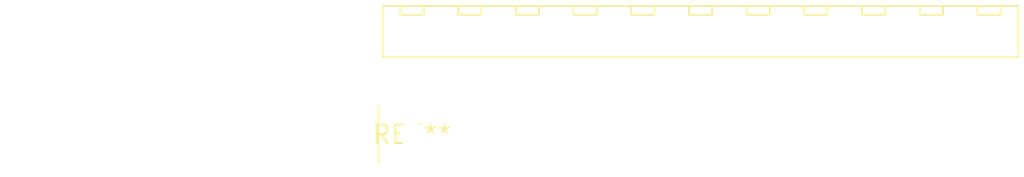
<source format=kicad_pcb>
(kicad_pcb (version 20240108) (generator pcbnew)
  (layers (0 "F.Cu" signal) (31 "B.Cu" signal) (34 "B.Paste" user) (35 "F.Paste" user) (36 "B.SilkS" user "B.Silkscreen") (37 "F.SilkS" user "F.Silkscreen") (38 "B.Mask" user) (39 "F.Mask" user) (44 "Edge.Cuts" user))
  (net 0 "")
  (footprint "Molex_KK-396_A-41792-0011_1x11_P3.96mm_Horizontal" (layer "F.Cu") (at 0 0)
    (property "Reference" "REF**")
    (property "Value" "Molex_KK-396_A-41792-0011_1x11_P3.96mm_Horizontal")
    (fp_line (start -2.305 -2) (end -2.305 2) (layer "F.SilkS") (stroke (width 0.12)))
    (fp_line (start -2.015 -8.82) (end 41.615 -8.82) (layer "F.SilkS") (stroke (width 0.12)))
    (fp_line (start -2.015 -5.3) (end -2.015 -8.82) (layer "F.SilkS") (stroke (width 0.12)))
    (fp_line (start -0.8 -8.82) (end -0.8 -8.22) (layer "F.SilkS") (stroke (width 0.12)))
    (fp_line (start -0.8 -8.22) (end 0.8 -8.22) (layer "F.SilkS") (stroke (width 0.12)))
    (fp_line (start 0.8 -8.22) (end 0.8 -8.82) (layer "F.SilkS") (stroke (width 0.12)))
    (fp_line (start 3.16 -8.82) (end 3.16 -8.22) (layer "F.SilkS") (stroke (width 0.12)))
    (fp_line (start 3.16 -8.22) (end 4.76 -8.22) (layer "F.SilkS") (stroke (width 0.12)))
    (fp_line (start 4.76 -8.22) (end 4.76 -8.82) (layer "F.SilkS") (stroke (width 0.12)))
    (fp_line (start 7.12 -8.82) (end 7.12 -8.22) (layer "F.SilkS") (stroke (width 0.12)))
    (fp_line (start 7.12 -8.22) (end 8.72 -8.22) (layer "F.SilkS") (stroke (width 0.12)))
    (fp_line (start 8.72 -8.22) (end 8.72 -8.82) (layer "F.SilkS") (stroke (width 0.12)))
    (fp_line (start 11.08 -8.82) (end 11.08 -8.22) (layer "F.SilkS") (stroke (width 0.12)))
    (fp_line (start 11.08 -8.22) (end 12.68 -8.22) (layer "F.SilkS") (stroke (width 0.12)))
    (fp_line (start 12.68 -8.22) (end 12.68 -8.82) (layer "F.SilkS") (stroke (width 0.12)))
    (fp_line (start 15.04 -8.82) (end 15.04 -8.22) (layer "F.SilkS") (stroke (width 0.12)))
    (fp_line (start 15.04 -8.22) (end 16.64 -8.22) (layer "F.SilkS") (stroke (width 0.12)))
    (fp_line (start 16.64 -8.22) (end 16.64 -8.82) (layer "F.SilkS") (stroke (width 0.12)))
    (fp_line (start 19 -8.82) (end 19 -8.22) (layer "F.SilkS") (stroke (width 0.12)))
    (fp_line (start 19 -8.22) (end 20.6 -8.22) (layer "F.SilkS") (stroke (width 0.12)))
    (fp_line (start 20.6 -8.22) (end 20.6 -8.82) (layer "F.SilkS") (stroke (width 0.12)))
    (fp_line (start 22.96 -8.82) (end 22.96 -8.22) (layer "F.SilkS") (stroke (width 0.12)))
    (fp_line (start 22.96 -8.22) (end 24.56 -8.22) (layer "F.SilkS") (stroke (width 0.12)))
    (fp_line (start 24.56 -8.22) (end 24.56 -8.82) (layer "F.SilkS") (stroke (width 0.12)))
    (fp_line (start 26.92 -8.82) (end 26.92 -8.22) (layer "F.SilkS") (stroke (width 0.12)))
    (fp_line (start 26.92 -8.22) (end 28.52 -8.22) (layer "F.SilkS") (stroke (width 0.12)))
    (fp_line (start 28.52 -8.22) (end 28.52 -8.82) (layer "F.SilkS") (stroke (width 0.12)))
    (fp_line (start 30.88 -8.82) (end 30.88 -8.22) (layer "F.SilkS") (stroke (width 0.12)))
    (fp_line (start 30.88 -8.22) (end 32.48 -8.22) (layer "F.SilkS") (stroke (width 0.12)))
    (fp_line (start 32.48 -8.22) (end 32.48 -8.82) (layer "F.SilkS") (stroke (width 0.12)))
    (fp_line (start 34.84 -8.82) (end 34.84 -8.22) (layer "F.SilkS") (stroke (width 0.12)))
    (fp_line (start 34.84 -8.22) (end 36.44 -8.22) (layer "F.SilkS") (stroke (width 0.12)))
    (fp_line (start 36.44 -8.22) (end 36.44 -8.82) (layer "F.SilkS") (stroke (width 0.12)))
    (fp_line (start 38.8 -8.82) (end 38.8 -8.22) (layer "F.SilkS") (stroke (width 0.12)))
    (fp_line (start 38.8 -8.22) (end 40.4 -8.22) (layer "F.SilkS") (stroke (width 0.12)))
    (fp_line (start 40.4 -8.22) (end 40.4 -8.82) (layer "F.SilkS") (stroke (width 0.12)))
    (fp_line (start 41.615 -8.82) (end 41.615 -5.3) (layer "F.SilkS") (stroke (width 0.12)))
    (fp_line (start 41.615 -5.3) (end -2.015 -5.3) (layer "F.SilkS") (stroke (width 0.12)))
    (pad "1" thru_hole roundrect (at 0 0) (size 3.16 4.1) (drill 1.7) (layers *.Cu *.Mask) (remove_unused_layers) (roundrect_rratio 0.079114))
    (pad "2" thru_hole oval (at 3.96 0) (size 3.16 4.1) (drill 1.7) (layers *.Cu *.Mask) (remove_unused_layers))
    (pad "3" thru_hole oval (at 7.92 0) (size 3.16 4.1) (drill 1.7) (layers *.Cu *.Mask) (remove_unused_layers))
    (pad "4" thru_hole oval (at 11.88 0) (size 3.16 4.1) (drill 1.7) (layers *.Cu *.Mask) (remove_unused_layers))
    (pad "5" thru_hole oval (at 15.84 0) (size 3.16 4.1) (drill 1.7) (layers *.Cu *.Mask) (remove_unused_layers))
    (pad "6" thru_hole oval (at 19.8 0) (size 3.16 4.1) (drill 1.7) (layers *.Cu *.Mask) (remove_unused_layers))
    (pad "7" thru_hole oval (at 23.76 0) (size 3.16 4.1) (drill 1.7) (layers *.Cu *.Mask) (remove_unused_layers))
    (pad "8" thru_hole oval (at 27.72 0) (size 3.16 4.1) (drill 1.7) (layers *.Cu *.Mask) (remove_unused_layers))
    (pad "9" thru_hole oval (at 31.68 0) (size 3.16 4.1) (drill 1.7) (layers *.Cu *.Mask) (remove_unused_layers))
    (pad "10" thru_hole oval (at 35.64 0) (size 3.16 4.1) (drill 1.7) (layers *.Cu *.Mask) (remove_unused_layers))
    (pad "11" thru_hole oval (at 39.6 0) (size 3.16 4.1) (drill 1.7) (layers *.Cu *.Mask) (remove_unused_layers))
  )
)
</source>
